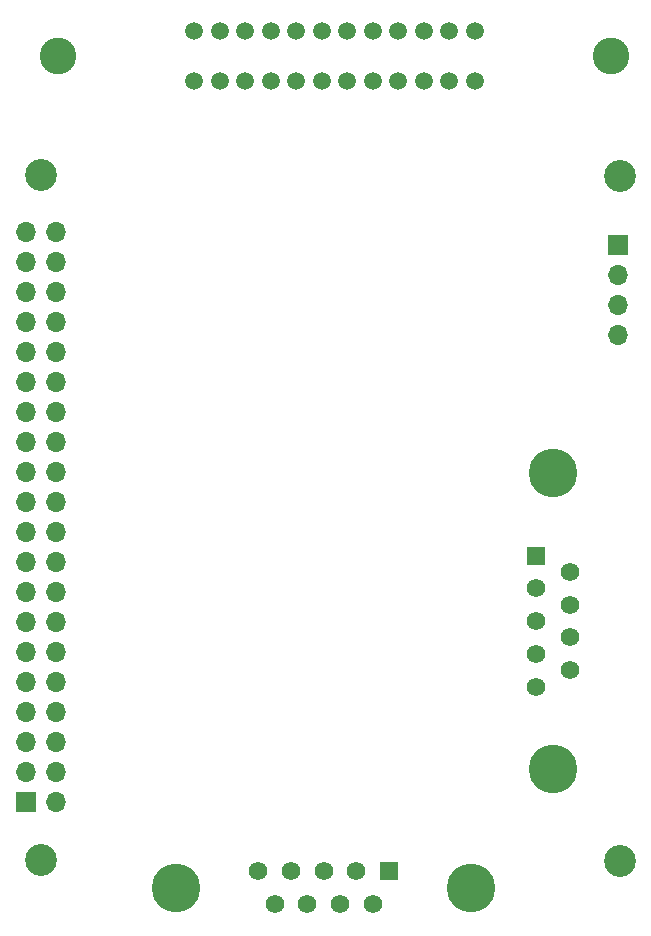
<source format=gbr>
%TF.GenerationSoftware,KiCad,Pcbnew,9.0.0*%
%TF.CreationDate,2025-03-08T15:00:36-07:00*%
%TF.ProjectId,Senior Capstone,53656e69-6f72-4204-9361-7073746f6e65,rev?*%
%TF.SameCoordinates,Original*%
%TF.FileFunction,Soldermask,Bot*%
%TF.FilePolarity,Negative*%
%FSLAX46Y46*%
G04 Gerber Fmt 4.6, Leading zero omitted, Abs format (unit mm)*
G04 Created by KiCad (PCBNEW 9.0.0) date 2025-03-08 15:00:36*
%MOMM*%
%LPD*%
G01*
G04 APERTURE LIST*
%ADD10C,3.098800*%
%ADD11C,1.498600*%
%ADD12C,2.700000*%
%ADD13R,1.575000X1.575000*%
%ADD14C,1.575000*%
%ADD15C,4.116000*%
%ADD16R,1.700000X1.700000*%
%ADD17O,1.700000X1.700000*%
G04 APERTURE END LIST*
D10*
%TO.C,J6*%
X94045104Y-54705001D03*
X47245096Y-54705001D03*
D11*
X82525099Y-56850000D03*
X80365101Y-56850000D03*
X78205100Y-56850000D03*
X76045099Y-56850000D03*
X73885101Y-56850000D03*
X71725100Y-56850000D03*
X69565100Y-56850000D03*
X67405099Y-56850000D03*
X65245101Y-56850000D03*
X63085100Y-56850000D03*
X60925099Y-56850000D03*
X58765101Y-56850000D03*
X82525099Y-52560001D03*
X80365101Y-52560001D03*
X78205100Y-52560001D03*
X76045099Y-52560001D03*
X73885101Y-52560001D03*
X71725100Y-52560001D03*
X69565100Y-52560001D03*
X67405099Y-52560001D03*
X65245101Y-52560001D03*
X63085100Y-52560001D03*
X60925099Y-52560001D03*
X58765101Y-52560001D03*
%TD*%
D12*
%TO.C,H4*%
X94800000Y-64900000D03*
%TD*%
%TO.C,H2*%
X45800000Y-64800000D03*
%TD*%
D13*
%TO.C,J2*%
X87760000Y-97015000D03*
D14*
X87760000Y-99785000D03*
X87760000Y-102555000D03*
X87760000Y-105325000D03*
X87760000Y-108095000D03*
X90600000Y-98400000D03*
X90600000Y-101170000D03*
X90600000Y-103940000D03*
X90600000Y-106710000D03*
D15*
X89180000Y-115050000D03*
X89180000Y-90060000D03*
%TD*%
D16*
%TO.C,J4*%
X94700000Y-70700000D03*
D17*
X94700000Y-73240000D03*
X94700000Y-75780000D03*
X94700000Y-78320000D03*
%TD*%
D12*
%TO.C,H3*%
X94800000Y-122900000D03*
%TD*%
D13*
%TO.C,J3*%
X75285750Y-123702500D03*
D14*
X72515750Y-123702500D03*
X69745750Y-123702500D03*
X66975750Y-123702500D03*
X64205750Y-123702500D03*
X73900750Y-126542500D03*
X71130750Y-126542500D03*
X68360750Y-126542500D03*
X65590750Y-126542500D03*
D15*
X57250750Y-125122500D03*
X82240750Y-125122500D03*
%TD*%
D12*
%TO.C,H1*%
X45800000Y-122800000D03*
%TD*%
D16*
%TO.C,J1*%
X44500000Y-117900000D03*
D17*
X47040000Y-117900000D03*
X44500000Y-115360000D03*
X47040000Y-115360000D03*
X44500000Y-112820000D03*
X47040000Y-112820000D03*
X44500000Y-110280000D03*
X47040000Y-110280000D03*
X44500000Y-107740000D03*
X47040000Y-107740000D03*
X44500000Y-105200000D03*
X47040000Y-105200000D03*
X44500000Y-102660000D03*
X47040000Y-102660000D03*
X44500000Y-100120000D03*
X47040000Y-100120000D03*
X44500000Y-97580000D03*
X47040000Y-97580000D03*
X44500000Y-95040000D03*
X47040000Y-95040000D03*
X44500000Y-92500000D03*
X47040000Y-92500000D03*
X44500000Y-89960000D03*
X47040000Y-89960000D03*
X44500000Y-87420000D03*
X47040000Y-87420000D03*
X44500000Y-84880000D03*
X47040000Y-84880000D03*
X44500000Y-82340000D03*
X47040000Y-82340000D03*
X44500000Y-79800000D03*
X47040000Y-79800000D03*
X44500000Y-77260000D03*
X47040000Y-77260000D03*
X44500000Y-74720000D03*
X47040000Y-74720000D03*
X44500000Y-72180000D03*
X47040000Y-72180000D03*
X44500000Y-69640000D03*
X47040000Y-69640000D03*
%TD*%
M02*

</source>
